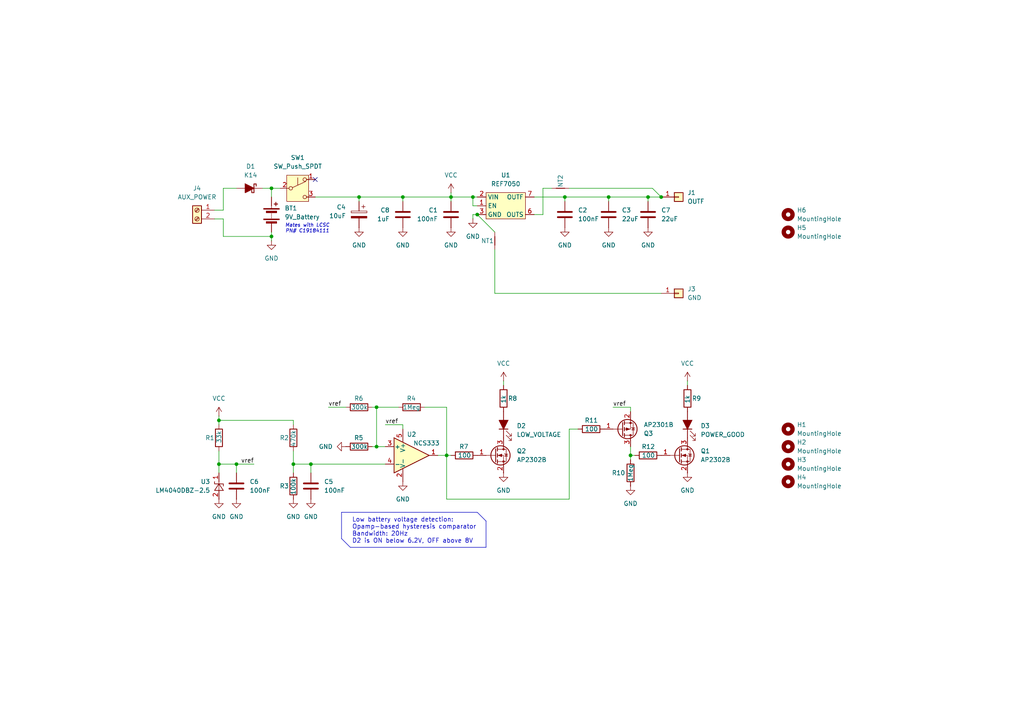
<source format=kicad_sch>
(kicad_sch (version 20231120) (generator "eeschema") (generator_version "8.0")
  (paper "A4")
  (title_block (title "Portable Voltage Standard") (date "2025-01-19") (rev "1.0") (company "Maxime Plasson"))
  (lib_symbols
    (symbol "Amplifier_Operational:OPA333xxDBV" (pin_names (offset 0.127))
      (property "Reference" "U" (at -1.27 6.35 0))
      (property "Value" "OPA333xxDBV" (at -1.27 3.81 0))
      (symbol "OPA333xxDBV_0_1"
        (polyline (pts (xy -5.08 5.08) (xy 5.08 0) (xy -5.08 -5.08) (xy -5.08 5.08)) (stroke (width 0.254)) (fill (type background)))
        (pin power_in line (at -2.54 -7.62 90) (length 3.81) (name "V-") (number "2"))
        (pin power_in line (at -2.54 7.62 270) (length 3.81) (name "V+") (number "5"))
      )
      (symbol "OPA333xxDBV_1_1"
        (pin output line (at 7.62 0 180) (length 2.54) (name "~") (number "1"))
        (pin input line (at -7.62 2.54 0) (length 2.54) (name "+") (number "3"))
        (pin input line (at -7.62 -2.54 0) (length 2.54) (name "-") (number "4"))
      )
    )
    (symbol "Connector:Screw_Terminal_01x02" (pin_names (offset 1.016) hide)
      (property "Reference" "J" (at 0 2.54 0))
      (property "Value" "Screw_Terminal_01x02" (at 0 -5.08 0))
      (symbol "Screw_Terminal_01x02_1_1"
        (rectangle (start -1.27 1.27) (end 1.27 -3.81) (stroke (width 0.254)) (fill (type background)))
        (circle (center 0 -2.54) (radius 0.635) (stroke (width 0.1524)))
        (polyline (pts (xy -0.5334 -2.2098) (xy 0.3302 -3.048)) (stroke (width 0.1524)))
        (polyline (pts (xy -0.5334 0.3302) (xy 0.3302 -0.508)) (stroke (width 0.1524)))
        (polyline (pts (xy -0.3556 -2.032) (xy 0.508 -2.8702)) (stroke (width 0.1524)))
        (polyline (pts (xy -0.3556 0.508) (xy 0.508 -0.3302)) (stroke (width 0.1524)))
        (circle (center 0 0) (radius 0.635) (stroke (width 0.1524)))
        (pin passive line (at -5.08 0 0) (length 3.81) (name "Pin_1") (number "1"))
        (pin passive line (at -5.08 -2.54 0) (length 3.81) (name "Pin_2") (number "2"))
      )
    )
    (symbol "Connector_Generic:Conn_01x01" (pin_names (offset 1.016) hide)
      (property "Reference" "J" (at 0 2.54 0))
      (property "Value" "Conn_01x01" (at 0 -2.54 0))
      (symbol "Conn_01x01_1_1"
        (rectangle (start -1.27 0.127) (end 0 -0.127) (stroke (width 0.1524)))
        (rectangle (start -1.27 1.27) (end 1.27 -1.27) (stroke (width 0.254)) (fill (type background)))
        (pin passive line (at -5.08 0 0) (length 3.81) (name "Pin_1") (number "1"))
      )
    )
    (symbol "Device:Battery" (pin_numbers hide) (pin_names (offset 0) hide)
      (property "Reference" "BT" (at 2.54 2.54 0))
      (property "Value" "Battery" (at 2.54 0 0))
      (symbol "Battery_0_1"
        (rectangle (start -2.286 -1.27) (end 2.286 -1.524) (fill (type outline)))
        (rectangle (start -2.286 1.778) (end 2.286 1.524) (fill (type outline)))
        (rectangle (start -1.524 -2.032) (end 1.524 -2.54) (fill (type outline)))
        (rectangle (start -1.524 1.016) (end 1.524 0.508) (fill (type outline)))
        (polyline (pts (xy 0 -1.016) (xy 0 -0.762)))
        (polyline (pts (xy 0 -0.508) (xy 0 -0.254)))
        (polyline (pts (xy 0 0) (xy 0 0.254)))
        (polyline (pts (xy 0 1.778) (xy 0 2.54)))
        (polyline (pts (xy 0.762 3.048) (xy 1.778 3.048)) (stroke (width 0.254)))
        (polyline (pts (xy 1.27 3.556) (xy 1.27 2.54)) (stroke (width 0.254)))
      )
      (symbol "Battery_1_1"
        (pin passive line (at 0 5.08 270) (length 2.54) (name "+") (number "1"))
        (pin passive line (at 0 -5.08 90) (length 2.54) (name "-") (number "2"))
      )
    )
    (symbol "Device:C" (pin_numbers hide) (pin_names (offset 0.254))
      (property "Reference" "C" (at 0.635 2.54 0))
      (property "Value" "C" (at 0.635 -2.54 0))
      (symbol "C_0_1"
        (polyline (pts (xy -2.032 -0.762) (xy 2.032 -0.762)) (stroke (width 0.508)))
        (polyline (pts (xy -2.032 0.762) (xy 2.032 0.762)) (stroke (width 0.508)))
      )
      (symbol "C_1_1"
        (pin passive line (at 0 3.81 270) (length 2.794) (name "~") (number "1"))
        (pin passive line (at 0 -3.81 90) (length 2.794) (name "~") (number "2"))
      )
    )
    (symbol "Device:C_Polarized" (pin_numbers hide) (pin_names (offset 0.254))
      (property "Reference" "C" (at 0.635 2.54 0))
      (property "Value" "C_Polarized" (at 0.635 -2.54 0))
      (symbol "C_Polarized_0_1"
        (rectangle (start -2.286 0.508) (end 2.286 1.016))
        (polyline (pts (xy -1.778 2.286) (xy -0.762 2.286)))
        (polyline (pts (xy -1.27 2.794) (xy -1.27 1.778)))
        (rectangle (start 2.286 -0.508) (end -2.286 -1.016) (fill (type outline)))
      )
      (symbol "C_Polarized_1_1"
        (pin passive line (at 0 3.81 270) (length 2.794) (name "~") (number "1"))
        (pin passive line (at 0 -3.81 90) (length 2.794) (name "~") (number "2"))
      )
    )
    (symbol "Device:D_Schottky_Filled" (pin_numbers hide) (pin_names (offset 1.016) hide)
      (property "Reference" "D" (at 0 2.54 0))
      (property "Value" "D_Schottky_Filled" (at 0 -2.54 0))
      (symbol "D_Schottky_Filled_0_1"
        (polyline (pts (xy 1.27 0) (xy -1.27 0)))
        (polyline (pts (xy 1.27 1.27) (xy 1.27 -1.27) (xy -1.27 0) (xy 1.27 1.27)) (stroke (width 0.254)) (fill (type outline)))
        (polyline (pts (xy -1.905 0.635) (xy -1.905 1.27) (xy -1.27 1.27) (xy -1.27 -1.27) (xy -0.635 -1.27) (xy -0.635 -0.635)) (stroke (width 0.254)))
      )
      (symbol "D_Schottky_Filled_1_1"
        (pin passive line (at -3.81 0 0) (length 2.54) (name "K") (number "1"))
        (pin passive line (at 3.81 0 180) (length 2.54) (name "A") (number "2"))
      )
    )
    (symbol "Device:LED_Filled" (pin_numbers hide) (pin_names (offset 1.016) hide)
      (property "Reference" "D" (at 0 2.54 0))
      (property "Value" "LED_Filled" (at 0 -2.54 0))
      (symbol "LED_Filled_0_1"
        (polyline (pts (xy -1.27 -1.27) (xy -1.27 1.27)) (stroke (width 0.254)))
        (polyline (pts (xy -1.27 0) (xy 1.27 0)))
        (polyline (pts (xy 1.27 -1.27) (xy 1.27 1.27) (xy -1.27 0) (xy 1.27 -1.27)) (stroke (width 0.254)) (fill (type outline)))
        (polyline (pts (xy -3.048 -0.762) (xy -4.572 -2.286) (xy -3.81 -2.286) (xy -4.572 -2.286) (xy -4.572 -1.524)))
        (polyline (pts (xy -1.778 -0.762) (xy -3.302 -2.286) (xy -2.54 -2.286) (xy -3.302 -2.286) (xy -3.302 -1.524)))
      )
      (symbol "LED_Filled_1_1"
        (pin passive line (at -3.81 0 0) (length 2.54) (name "K") (number "1"))
        (pin passive line (at 3.81 0 180) (length 2.54) (name "A") (number "2"))
      )
    )
    (symbol "Device:NetTie_2" (pin_numbers hide) (pin_names (offset 0) hide) (in_bom no)
      (property "Reference" "NT" (at 0 1.27 0))
      (property "Value" "NetTie_2" (at 0 -1.27 0))
      (symbol "NetTie_2_0_1"
        (polyline (pts (xy -1.27 0) (xy 1.27 0)) (stroke (width 0.254)))
      )
      (symbol "NetTie_2_1_1"
        (pin passive line (at -2.54 0 0) (length 2.54) (name "1") (number "1"))
        (pin passive line (at 2.54 0 180) (length 2.54) (name "2") (number "2"))
      )
    )
    (symbol "Device:R" (pin_numbers hide) (pin_names (offset 0))
      (property "Reference" "R" (at 2.032 0 90))
      (property "Value" "R" (at 0 0 90))
      (symbol "R_0_1"
        (rectangle (start -1.016 -2.54) (end 1.016 2.54) (stroke (width 0.254)))
      )
      (symbol "R_1_1"
        (pin passive line (at 0 3.81 270) (length 1.27) (name "~") (number "1"))
        (pin passive line (at 0 -3.81 90) (length 1.27) (name "~") (number "2"))
      )
    )
    (symbol "KicadGeneralLibrary:REF7050"
      (property "Reference" "U?" (at 7.874 -5.08 0))
      (property "Value" "REF7050" (at 2.794 4.826 0))
      (symbol "REF7050_1_1"
        (rectangle (start -1.27 3.81) (end 10.16 -3.81) (fill (type background)))
        (pin input line (at -3.81 0 0) (length 2.54) (name "EN") (number "1"))
        (pin power_in line (at -3.81 2.54 0) (length 2.54) (name "VIN") (number "2"))
        (pin power_in line (at -3.81 -2.54 0) (length 2.54) (name "GND") (number "3"))
        (pin passive line (at -3.81 -2.54 0) (length 2.54) hide (name "GND") (number "4"))
        (pin passive line (at -3.81 -2.54 0) (length 2.54) hide (name "GND") (number "5"))
        (pin input line (at 12.7 -2.54 180) (length 2.54) (name "OUTS") (number "6"))
        (pin output line (at 12.7 2.54 180) (length 2.54) (name "OUTF") (number "7"))
        (pin passive line (at -3.81 -2.54 0) (length 2.54) hide (name "GND") (number "8"))
      )
    )
    (symbol "Mechanical:MountingHole" (pin_names (offset 1.016)) (exclude_from_sim yes) (in_bom no)
      (property "Reference" "H" (at 0 5.08 0))
      (property "Value" "MountingHole" (at 0 3.175 0))
      (symbol "MountingHole_0_1"
        (circle (center 0 0) (radius 1.27) (stroke (width 1.27)))
      )
    )
    (symbol "Reference_Voltage:LM4040DBZ-2.5" (pin_names (offset 0.0254) hide)
      (property "Reference" "U" (at 0 2.54 0))
      (property "Value" "LM4040DBZ-2.5" (at 0 -3.175 0))
      (symbol "LM4040DBZ-2.5_0_1"
        (polyline (pts (xy -1.27 0) (xy 0 0) (xy 1.27 0)))
        (polyline (pts (xy -1.27 -1.27) (xy 0.635 0) (xy -1.27 1.27) (xy -1.27 -1.27)) (stroke (width 0.2032)))
        (polyline (pts (xy 0 -1.27) (xy 0.635 -1.27) (xy 0.635 1.27) (xy 1.27 1.27)) (stroke (width 0.2032)))
      )
      (symbol "LM4040DBZ-2.5_1_1"
        (pin passive line (at 3.81 0 180) (length 2.54) (name "K") (number "1"))
        (pin passive line (at -3.81 0 0) (length 2.54) (name "A") (number "2"))
        (pin no_connect line (at -1.27 0 0) (length 2.54) hide (name "NC") (number "3"))
      )
    )
    (symbol "Switch:SW_Push_SPDT" (pin_names (offset 0) hide)
      (property "Reference" "SW" (at 0 5.08 0))
      (property "Value" "SW_Push_SPDT" (at 0 -5.08 0))
      (symbol "SW_Push_SPDT_0_0"
        (circle (center -2.032 0) (radius 0.508))
        (polyline (pts (xy 0 1.016) (xy 0 3.048)))
        (circle (center 2.032 -2.54) (radius 0.508))
      )
      (symbol "SW_Push_SPDT_0_1"
        (polyline (pts (xy -1.524 0.2032) (xy 2.3368 1.9812)))
        (circle (center 2.032 2.54) (radius 0.508))
      )
      (symbol "SW_Push_SPDT_1_1"
        (rectangle (start -3.175 3.81) (end 3.175 -3.81) (fill (type background)))
        (pin passive line (at 5.08 2.54 180) (length 2.54) (name "A") (number "1"))
        (pin passive line (at -5.08 0 0) (length 2.54) (name "B") (number "2"))
        (pin passive line (at 5.08 -2.54 180) (length 2.54) (name "C") (number "3"))
      )
    )
    (symbol "Transistor_FET:AO3400A" (pin_names hide)
      (property "Reference" "Q" (at 5.08 1.905 0))
      (property "Value" "AO3400A" (at 5.08 0 0))
      (symbol "AO3400A_0_1"
        (polyline (pts (xy 0.254 0) (xy -2.54 0)))
        (polyline (pts (xy 0.254 1.905) (xy 0.254 -1.905)) (stroke (width 0.254)))
        (polyline (pts (xy 0.762 -1.27) (xy 0.762 -2.286)) (stroke (width 0.254)))
        (polyline (pts (xy 0.762 0.508) (xy 0.762 -0.508)) (stroke (width 0.254)))
        (polyline (pts (xy 0.762 2.286) (xy 0.762 1.27)) (stroke (width 0.254)))
        (polyline (pts (xy 2.54 2.54) (xy 2.54 1.778)))
        (polyline (pts (xy 2.54 -2.54) (xy 2.54 0) (xy 0.762 0)))
        (polyline (pts (xy 0.762 -1.778) (xy 3.302 -1.778) (xy 3.302 1.778) (xy 0.762 1.778)))
        (polyline (pts (xy 1.016 0) (xy 2.032 0.381) (xy 2.032 -0.381) (xy 1.016 0)) (fill (type outline)))
        (polyline (pts (xy 2.794 0.508) (xy 2.921 0.381) (xy 3.683 0.381) (xy 3.81 0.254)))
        (polyline (pts (xy 3.302 0.381) (xy 2.921 -0.254) (xy 3.683 -0.254) (xy 3.302 0.381)))
        (circle (center 1.651 0) (radius 2.794) (stroke (width 0.254)))
        (circle (center 2.54 -1.778) (radius 0.254) (fill (type outline)))
        (circle (center 2.54 1.778) (radius 0.254) (fill (type outline)))
      )
      (symbol "AO3400A_1_1"
        (pin input line (at -5.08 0 0) (length 2.54) (name "G") (number "1"))
        (pin passive line (at 2.54 -5.08 90) (length 2.54) (name "S") (number "2"))
        (pin passive line (at 2.54 5.08 270) (length 2.54) (name "D") (number "3"))
      )
    )
    (symbol "Transistor_FET:AO3401A" (pin_names hide)
      (property "Reference" "Q" (at 5.08 1.905 0))
      (property "Value" "AO3401A" (at 5.08 0 0))
      (symbol "AO3401A_0_1"
        (polyline (pts (xy 0.254 0) (xy -2.54 0)))
        (polyline (pts (xy 0.254 1.905) (xy 0.254 -1.905)) (stroke (width 0.254)))
        (polyline (pts (xy 0.762 -1.27) (xy 0.762 -2.286)) (stroke (width 0.254)))
        (polyline (pts (xy 0.762 0.508) (xy 0.762 -0.508)) (stroke (width 0.254)))
        (polyline (pts (xy 0.762 2.286) (xy 0.762 1.27)) (stroke (width 0.254)))
        (polyline (pts (xy 2.54 2.54) (xy 2.54 1.778)))
        (polyline (pts (xy 2.54 -2.54) (xy 2.54 0) (xy 0.762 0)))
        (polyline (pts (xy 0.762 1.778) (xy 3.302 1.778) (xy 3.302 -1.778) (xy 0.762 -1.778)))
        (polyline (pts (xy 2.286 0) (xy 1.27 0.381) (xy 1.27 -0.381) (xy 2.286 0)) (fill (type outline)))
        (polyline (pts (xy 2.794 -0.508) (xy 2.921 -0.381) (xy 3.683 -0.381) (xy 3.81 -0.254)))
        (polyline (pts (xy 3.302 -0.381) (xy 2.921 0.254) (xy 3.683 0.254) (xy 3.302 -0.381)))
        (circle (center 1.651 0) (radius 2.794) (stroke (width 0.254)))
        (circle (center 2.54 -1.778) (radius 0.254) (fill (type outline)))
        (circle (center 2.54 1.778) (radius 0.254) (fill (type outline)))
      )
      (symbol "AO3401A_1_1"
        (pin input line (at -5.08 0 0) (length 2.54) (name "G") (number "1"))
        (pin passive line (at 2.54 -5.08 90) (length 2.54) (name "S") (number "2"))
        (pin passive line (at 2.54 5.08 270) (length 2.54) (name "D") (number "3"))
      )
    )
    (symbol "power:GND" (power) (pin_numbers hide) (pin_names (offset 0) hide)
      (property "Value" "GND" (at 0 -3.81 0))
      (symbol "GND_0_1"
        (polyline (pts (xy 0 0) (xy 0 -1.27) (xy 1.27 -1.27) (xy 0 -2.54) (xy -1.27 -1.27) (xy 0 -1.27)))
      )
      (symbol "GND_1_1"
        (pin power_in line (at 0 0 270) (length 0) (name "~") (number "1"))
      )
    )
    (symbol "power:VCC" (power) (pin_numbers hide) (pin_names (offset 0) hide)
      (property "Value" "VCC" (at 0 3.556 0))
      (symbol "VCC_0_1"
        (polyline (pts (xy -0.762 1.27) (xy 0 2.54)))
        (polyline (pts (xy 0 0) (xy 0 2.54)))
        (polyline (pts (xy 0 2.54) (xy 0.762 1.27)))
      )
      (symbol "VCC_1_1"
        (pin power_in line (at 0 0 90) (length 0) (name "~") (number "1"))
      )
    )
  )
  (junction (at 109.22 129.54))
  (junction (at 138.43 62.23))
  (junction (at 104.14 57.15))
  (junction (at 191.77 57.15))
  (junction (at 129.54 132.08))
  (junction (at 109.22 118.11))
  (junction (at 182.88 132.08))
  (junction (at 137.16 57.15))
  (junction (at 78.74 68.58))
  (junction (at 90.17 134.62))
  (junction (at 176.53 57.15))
  (junction (at 130.81 57.15))
  (junction (at 187.96 57.15))
  (junction (at 78.74 54.61))
  (junction (at 85.09 134.62))
  (junction (at 63.5 134.62))
  (junction (at 68.58 134.62))
  (junction (at 163.83 57.15))
  (junction (at 63.5 121.92))
  (junction (at 116.84 57.15))
  (no_connect (at 91.44 52.07))
  (wire (pts (xy 63.5 121.92) (xy 63.5 123.19)))
  (wire (pts (xy 182.88 118.11) (xy 182.88 119.38)))
  (wire (pts (xy 64.77 63.5) (xy 64.77 68.58)))
  (wire (pts (xy 143.51 85.09) (xy 191.77 85.09)))
  (wire (pts (xy 167.64 124.46) (xy 165.1 124.46)))
  (wire (pts (xy 129.54 132.08) (xy 127 132.08)))
  (wire (pts (xy 90.17 134.62) (xy 90.17 137.16)))
  (wire (pts (xy 62.23 63.5) (xy 64.77 63.5)))
  (wire (pts (xy 163.83 57.15) (xy 176.53 57.15)))
  (wire (pts (xy 64.77 68.58) (xy 78.74 68.58)))
  (wire (pts (xy 154.94 57.15) (xy 163.83 57.15)))
  (wire (pts (xy 78.74 68.58) (xy 78.74 67.31)))
  (wire (pts (xy 129.54 132.08) (xy 130.81 132.08)))
  (wire (pts (xy 165.1 144.78) (xy 129.54 144.78)))
  (wire (pts (xy 137.16 62.23) (xy 137.16 63.5)))
  (wire (pts (xy 138.43 62.23) (xy 143.51 67.31)))
  (wire (pts (xy 109.22 129.54) (xy 111.76 129.54)))
  (wire (pts (xy 85.09 134.62) (xy 90.17 134.62)))
  (wire (pts (xy 146.05 110.49) (xy 146.05 111.76)))
  (wire (pts (xy 116.84 57.15) (xy 116.84 58.42)))
  (wire (pts (xy 62.23 60.96) (xy 64.77 60.96)))
  (wire (pts (xy 64.77 54.61) (xy 68.58 54.61)))
  (wire (pts (xy 160.02 54.61) (xy 157.48 54.61)))
  (wire (pts (xy 187.96 57.15) (xy 191.77 57.15)))
  (wire (pts (xy 116.84 57.15) (xy 130.81 57.15)))
  (wire (pts (xy 85.09 121.92) (xy 63.5 121.92)))
  (wire (pts (xy 187.96 57.15) (xy 187.96 58.42)))
  (wire (pts (xy 177.8 118.11) (xy 182.88 118.11)))
  (wire (pts (xy 182.88 132.08) (xy 182.88 133.35)))
  (wire (pts (xy 78.74 54.61) (xy 78.74 57.15)))
  (wire (pts (xy 130.81 57.15) (xy 130.81 58.42)))
  (wire (pts (xy 137.16 57.15) (xy 138.43 57.15)))
  (polyline (pts (xy 138.43 148.59) (xy 140.97 151.13)))
  (wire (pts (xy 85.09 134.62) (xy 85.09 137.16)))
  (wire (pts (xy 90.17 134.62) (xy 111.76 134.62)))
  (wire (pts (xy 104.14 58.42) (xy 104.14 57.15)))
  (wire (pts (xy 76.2 54.61) (xy 78.74 54.61)))
  (wire (pts (xy 138.43 62.23) (xy 137.16 62.23)))
  (wire (pts (xy 115.57 118.11) (xy 109.22 118.11)))
  (wire (pts (xy 154.94 62.23) (xy 157.48 62.23)))
  (wire (pts (xy 109.22 118.11) (xy 109.22 129.54)))
  (wire (pts (xy 130.81 55.88) (xy 130.81 57.15)))
  (polyline (pts (xy 99.06 156.21) (xy 101.6 158.75)))
  (wire (pts (xy 64.77 60.96) (xy 64.77 54.61)))
  (wire (pts (xy 143.51 85.09) (xy 143.51 72.39)))
  (wire (pts (xy 165.1 124.46) (xy 165.1 144.78)))
  (wire (pts (xy 85.09 130.81) (xy 85.09 134.62)))
  (wire (pts (xy 107.95 129.54) (xy 109.22 129.54)))
  (wire (pts (xy 111.76 123.19) (xy 116.84 123.19)))
  (wire (pts (xy 81.28 54.61) (xy 78.74 54.61)))
  (wire (pts (xy 138.43 59.69) (xy 137.16 59.69)))
  (wire (pts (xy 68.58 134.62) (xy 68.58 137.16)))
  (wire (pts (xy 123.19 118.11) (xy 129.54 118.11)))
  (wire (pts (xy 91.44 57.15) (xy 104.14 57.15)))
  (polyline (pts (xy 99.06 148.59) (xy 138.43 148.59)))
  (wire (pts (xy 129.54 144.78) (xy 129.54 132.08)))
  (polyline (pts (xy 140.97 151.13) (xy 140.97 158.75)))
  (wire (pts (xy 189.23 54.61) (xy 191.77 57.15)))
  (wire (pts (xy 182.88 129.54) (xy 182.88 132.08)))
  (wire (pts (xy 129.54 118.11) (xy 129.54 132.08)))
  (wire (pts (xy 163.83 57.15) (xy 163.83 58.42)))
  (wire (pts (xy 165.1 54.61) (xy 189.23 54.61)))
  (wire (pts (xy 176.53 57.15) (xy 176.53 58.42)))
  (wire (pts (xy 95.25 118.11) (xy 100.33 118.11)))
  (wire (pts (xy 107.95 118.11) (xy 109.22 118.11)))
  (wire (pts (xy 116.84 123.19) (xy 116.84 124.46)))
  (wire (pts (xy 176.53 57.15) (xy 187.96 57.15)))
  (wire (pts (xy 63.5 134.62) (xy 68.58 134.62)))
  (wire (pts (xy 157.48 54.61) (xy 157.48 62.23)))
  (wire (pts (xy 182.88 132.08) (xy 184.15 132.08)))
  (wire (pts (xy 85.09 123.19) (xy 85.09 121.92)))
  (wire (pts (xy 63.5 134.62) (xy 63.5 137.16)))
  (wire (pts (xy 104.14 57.15) (xy 116.84 57.15)))
  (polyline (pts (xy 99.06 148.59) (xy 99.06 156.21)))
  (wire (pts (xy 199.39 110.49) (xy 199.39 111.76)))
  (wire (pts (xy 78.74 69.85) (xy 78.74 68.58)))
  (wire (pts (xy 137.16 59.69) (xy 137.16 57.15)))
  (wire (pts (xy 63.5 130.81) (xy 63.5 134.62)))
  (wire (pts (xy 68.58 134.62) (xy 73.66 134.62)))
  (wire (pts (xy 63.5 120.65) (xy 63.5 121.92)))
  (wire (pts (xy 130.81 57.15) (xy 137.16 57.15)))
  (polyline (pts (xy 101.6 158.75) (xy 140.97 158.75)))
  (text "Low battery voltage detection:\nOpamp-based hysteresis comparator\nBandwidth: 20Hz\nD2 is ON below 6.2V, OFF above 8V" (at 102.108 153.924 0) (effects (font (size 1.27 1.27)) (justify left)))
  (text "Mates with LCSC\nPN# C19184111" (at 89.154 66.294 0) (effects (font (size 1.016 1.016) (italic yes))))
  (label "vref" (at 73.66 134.62 180))
  (label "vref" (at 177.8 118.11 0))
  (label "vref" (at 111.76 123.19 0))
  (label "vref" (at 95.25 118.11 0))
  (symbol (lib_id "Mechanical:MountingHole") (at 228.6 139.7 0) (unit 1) (exclude_from_sim yes) (in_bom no)
    (property "Reference" "H4" (at 231.14 138.4299 0) (effects (justify left)))
    (property "Value" "MountingHole" (at 231.14 140.9699 0) (effects (justify left)))
    (property "Footprint" "MountingHole:MountingHole_3.2mm_M3" (effects (hide yes)))
    (property "Description" "Mounting Hole without connection" (effects (hide yes)))
  )
  (symbol (lib_id "Amplifier_Operational:OPA333xxDBV") (at 119.38 132.08 0) (unit 1)
    (property "Reference" "U2" (at 119.38 125.984 0))
    (property "Value" "NCS333" (at 123.698 128.524 0))
    (property "Footprint" "Package_TO_SOT_SMD:SOT-23-5" (effects (hide yes)))
    (property "Datasheet" "https://www.onsemi.com/pdf/datasheet/ncs333-d.pdf" (effects (hide yes)))
    (property "LCSC" "C74336" (effects (hide yes)))
  )
  (symbol (lib_id "KicadGeneralLibrary:REF7050") (at 142.24 59.69 0) (unit 1)
    (property "Reference" "U1" (at 146.685 50.8 0))
    (property "Value" "REF7050" (at 146.685 53.34 0))
    (property "Footprint" "Package_LCC:Analog_LCC-8_5x5mm_P1.27mm" (effects (hide yes)))
    (property "Datasheet" "https://www.lcsc.com/datasheet/lcsc_datasheet_2309251242_Texas-Instruments-REF7050QFKHT_C6760318.pdf" (effects (hide yes)))
    (property "LCSC" "C6760318" (effects (hide yes)))
  )
  (symbol (lib_id "Switch:SW_Push_SPDT") (at 86.36 54.61 0) (unit 1)
    (property "Reference" "SW1" (at 86.36 45.72 0))
    (property "Value" "SW_Push_SPDT" (at 86.36 48.26 0))
    (property "Footprint" "KICAD_GENERAL_LIBRARY:SPEF210200" (effects (hide yes)))
    (property "Description" "Momentary Switch, single pole double throw" (effects (hide yes)))
    (property "LCSC" "C278409" (effects (hide yes)))
  )
  (symbol (lib_id "Device:R") (at 85.09 140.97 0) (unit 1)
    (property "Reference" "R3" (at 83.82 140.97 0) (effects (justify right)))
    (property "Value" "100k" (at 85.09 138.684 90) (effects (justify right)))
    (property "Footprint" "Resistor_SMD:R_0603_1608Metric" (effects (hide yes)))
    (property "Description" "Resistor" (effects (hide yes)))
    (property "LCSC" "C14675" (effects (hide yes)))
  )
  (symbol (lib_id "power:GND") (at 163.83 66.04 0) (mirror y) (unit 1)
    (property "Reference" "#PWR04" (effects (hide yes)))
    (property "Value" "GND" (at 163.83 71.12 0))
    (property "Description" "Power symbol creates a global label with name \"GND\" , ground" (effects (hide yes)))
  )
  (symbol (lib_id "power:GND") (at 104.14 66.04 0) (unit 1)
    (property "Reference" "#PWR06" (effects (hide yes)))
    (property "Value" "GND" (at 104.14 71.12 0))
    (property "Description" "Power symbol creates a global label with name \"GND\" , ground" (effects (hide yes)))
  )
  (symbol (lib_id "Device:NetTie_2") (at 162.56 54.61 0) (mirror x) (unit 1) (in_bom no)
    (property "Reference" "NT2" (at 162.56 54.356 90) (effects (justify right)))
    (property "Value" "NetTie_2" (effects (hide yes)))
    (property "Footprint" "NetTie:NetTie-2_SMD_Pad0.5mm" (effects (hide yes)))
    (property "Description" "Net tie, 2 pins" (effects (hide yes)))
  )
  (symbol (lib_id "Device:C") (at 68.58 140.97 0) (mirror y) (unit 1)
    (property "Reference" "C6" (at 72.39 139.6999 0) (effects (justify right)))
    (property "Value" "100nF" (at 72.39 142.2399 0) (effects (justify right)))
    (property "Footprint" "Capacitor_SMD:C_0603_1608Metric" (effects (hide yes)))
    (property "Description" "Unpolarized capacitor" (effects (hide yes)))
    (property "LCSC" "C14663" (effects (hide yes)))
  )
  (symbol (lib_id "Device:C") (at 116.84 62.23 0) (unit 1)
    (property "Reference" "C8" (at 113.03 60.9599 0) (effects (justify right)))
    (property "Value" "1uF" (at 113.03 63.4999 0) (effects (justify right)))
    (property "Footprint" "Capacitor_SMD:C_0805_2012Metric" (effects (hide yes)))
    (property "Description" "Unpolarized capacitor" (effects (hide yes)))
    (property "LCSC" "C28323" (effects (hide yes)))
  )
  (symbol (lib_id "Device:LED_Filled") (at 199.39 123.19 90) (unit 1)
    (property "Reference" "D3" (at 203.2 123.5074 90) (effects (justify right)))
    (property "Value" "POWER_GOOD" (at 203.2 126.0474 90) (effects (justify right)))
    (property "Footprint" "LED_THT:LED_D5.0mm" (effects (hide yes)))
    (property "Description" "Light emitting diode, filled shape" (effects (hide yes)))
    (property "LCSC" "C7433083" (effects (hide yes)))
  )
  (symbol (lib_id "Connector:Screw_Terminal_01x02") (at 57.15 60.96 0) (mirror y) (unit 1)
    (property "Reference" "J4" (at 57.15 54.61 0))
    (property "Value" "AUX_POWER" (at 57.15 57.15 0))
    (property "Footprint" "TerminalBlock_MetzConnect:TerminalBlock_MetzConnect_Type171_RT13702HBWC_1x02_P7.50mm_Horizontal" (effects (hide yes)))
    (property "Description" "Generic screw terminal, single row, 01x02, script generated (kicad-library-utils/schlib/autogen/connector/)" (effects (hide yes)))
  )
  (symbol (lib_id "power:VCC") (at 63.5 120.65 0) (unit 1)
    (property "Reference" "#PWR016" (effects (hide yes)))
    (property "Value" "VCC" (at 63.5 115.57 0))
    (property "Description" "Power symbol creates a global label with name \"VCC\"" (effects (hide yes)))
  )
  (symbol (lib_id "Transistor_FET:AO3400A") (at 143.51 132.08 0) (unit 1)
    (property "Reference" "Q2" (at 149.86 130.8099 0) (effects (justify left)))
    (property "Value" "AP2302B" (at 149.86 133.3499 0) (effects (justify left)))
    (property "Footprint" "Package_TO_SOT_SMD:SOT-23" (effects (hide yes)))
    (property "Datasheet" "https://www.lcsc.com/datasheet/lcsc_datasheet_2411201841_ALLPOWER-ShenZhen-Quan-Li-Semiconductor-AP2302B_C406812.pdf" (effects (hide yes)))
    (property "Description" "20V 2.8A 0.055Ω@2.5V,2A 350mW 1.2V 1 N-channel SOT-23 MOSFETs ROHS" (effects (hide yes)))
    (property "LCSC" "C406812" (effects (hide yes)))
  )
  (symbol (lib_id "power:GND") (at 78.74 69.85 0) (unit 1)
    (property "Reference" "#PWR02" (effects (hide yes)))
    (property "Value" "GND" (at 78.74 74.93 0))
    (property "Description" "Power symbol creates a global label with name \"GND\" , ground" (effects (hide yes)))
  )
  (symbol (lib_id "Device:R") (at 187.96 132.08 270) (unit 1)
    (property "Reference" "R12" (at 189.992 129.54 90) (effects (justify right)))
    (property "Value" "100" (at 189.992 132.08 90) (effects (justify right)))
    (property "Footprint" "Resistor_SMD:R_0603_1608Metric" (effects (hide yes)))
    (property "Description" "Resistor" (effects (hide yes)))
    (property "LCSC" "C105588" (effects (hide yes)))
  )
  (symbol (lib_id "Transistor_FET:AO3401A") (at 180.34 124.46 0) (mirror x) (unit 1)
    (property "Reference" "Q3" (at 186.69 125.7301 0) (effects (justify left)))
    (property "Value" "AP2301B" (at 186.69 123.1901 0) (effects (justify left)))
    (property "Footprint" "Package_TO_SOT_SMD:SOT-23" (effects (hide yes)))
    (property "Datasheet" "https://www.lcsc.com/datasheet/lcsc_datasheet_2411201843_ALLPOWER-ShenZhen-Quan-Li-Semiconductor-AP2301B_C2763847.pdf" (effects (hide yes)))
    (property "Description" "20V 2A 0.16Ω@2.5V,1A 750mW 0.95V 1 piece P-channel SOT-23 MOSFETs ROHS" (effects (hide yes)))
    (property "LCSC" "C2763847" (effects (hide yes)))
  )
  (symbol (lib_id "Device:R") (at 182.88 137.16 0) (unit 1)
    (property "Reference" "R10" (at 181.356 137.16 0) (effects (justify right)))
    (property "Value" "1Meg" (at 182.88 134.62 90) (effects (justify right)))
    (property "Footprint" "Resistor_SMD:R_0603_1608Metric" (effects (hide yes)))
    (property "Description" "Resistor" (effects (hide yes)))
    (property "LCSC" "C105578" (effects (hide yes)))
  )
  (symbol (lib_id "power:GND") (at 85.09 144.78 0) (unit 1)
    (property "Reference" "#PWR08" (effects (hide yes)))
    (property "Value" "GND" (at 85.09 149.86 0))
    (property "Description" "Power symbol creates a global label with name \"GND\" , ground" (effects (hide yes)))
  )
  (symbol (lib_id "Mechanical:MountingHole") (at 228.6 62.23 0) (unit 1) (exclude_from_sim yes) (in_bom no)
    (property "Reference" "H6" (at 231.14 60.9599 0) (effects (justify left)))
    (property "Value" "MountingHole" (at 231.14 63.4999 0) (effects (justify left)))
    (property "Footprint" "MountingHole:MountingHole_3.2mm_M3" (effects (hide yes)))
    (property "Description" "Mounting Hole without connection" (effects (hide yes)))
  )
  (symbol (lib_id "power:GND") (at 187.96 66.04 0) (mirror y) (unit 1)
    (property "Reference" "#PWR020" (effects (hide yes)))
    (property "Value" "GND" (at 187.96 71.12 0))
    (property "Description" "Power symbol creates a global label with name \"GND\" , ground" (effects (hide yes)))
  )
  (symbol (lib_id "Connector_Generic:Conn_01x01") (at 196.85 57.15 0) (unit 1)
    (property "Reference" "J1" (at 199.39 55.8799 0) (effects (justify left)))
    (property "Value" "OUTF" (at 199.39 58.4199 0) (effects (justify left)))
    (property "Footprint" "KICAD_GENERAL_LIBRARY:banana_socket_24.245.1_Amass_rouge" (effects (hide yes)))
    (property "Description" "Generic connector, single row, 01x01, script generated (kicad-library-utils/schlib/autogen/connector/)" (effects (hide yes)))
    (property "LCSC" "C7437326" (effects (hide yes)))
  )
  (symbol (lib_id "Device:C") (at 163.83 62.23 0) (mirror y) (unit 1)
    (property "Reference" "C2" (at 167.64 60.9599 0) (effects (justify right)))
    (property "Value" "100nF" (at 167.64 63.4999 0) (effects (justify right)))
    (property "Footprint" "Capacitor_SMD:C_0603_1608Metric" (effects (hide yes)))
    (property "Description" "Unpolarized capacitor" (effects (hide yes)))
    (property "LCSC" "C14663" (effects (hide yes)))
  )
  (symbol (lib_id "Device:R") (at 171.45 124.46 270) (unit 1)
    (property "Reference" "R11" (at 173.482 121.92 90) (effects (justify right)))
    (property "Value" "100" (at 173.482 124.46 90) (effects (justify right)))
    (property "Footprint" "Resistor_SMD:R_0603_1608Metric" (effects (hide yes)))
    (property "Description" "Resistor" (effects (hide yes)))
    (property "LCSC" "C105588" (effects (hide yes)))
  )
  (symbol (lib_id "Device:R") (at 104.14 118.11 270) (unit 1)
    (property "Reference" "R6" (at 105.4101 115.57 90) (effects (justify right)))
    (property "Value" "300k" (at 106.68 118.11 90) (effects (justify right)))
    (property "Footprint" "Resistor_SMD:R_0603_1608Metric" (effects (hide yes)))
    (property "Description" "Resistor" (effects (hide yes)))
    (property "LCSC" "C114667" (effects (hide yes)))
  )
  (symbol (lib_id "power:GND") (at 137.16 63.5 0) (unit 1)
    (property "Reference" "#PWR01" (effects (hide yes)))
    (property "Value" "GND" (at 137.16 68.58 0))
    (property "Description" "Power symbol creates a global label with name \"GND\" , ground" (effects (hide yes)))
  )
  (symbol (lib_id "power:GND") (at 63.5 144.78 0) (unit 1)
    (property "Reference" "#PWR07" (effects (hide yes)))
    (property "Value" "GND" (at 63.5 149.86 0))
    (property "Description" "Power symbol creates a global label with name \"GND\" , ground" (effects (hide yes)))
  )
  (symbol (lib_id "power:VCC") (at 199.39 110.49 0) (unit 1)
    (property "Reference" "#PWR019" (effects (hide yes)))
    (property "Value" "VCC" (at 199.39 105.41 0))
    (property "Description" "Power symbol creates a global label with name \"VCC\"" (effects (hide yes)))
  )
  (symbol (lib_id "power:GND") (at 90.17 144.78 0) (mirror y) (unit 1)
    (property "Reference" "#PWR09" (effects (hide yes)))
    (property "Value" "GND" (at 90.17 149.86 0))
    (property "Description" "Power symbol creates a global label with name \"GND\" , ground" (effects (hide yes)))
  )
  (symbol (lib_id "power:GND") (at 130.81 66.04 0) (unit 1)
    (property "Reference" "#PWR03" (effects (hide yes)))
    (property "Value" "GND" (at 130.81 71.12 0))
    (property "Description" "Power symbol creates a global label with name \"GND\" , ground" (effects (hide yes)))
  )
  (symbol (lib_id "power:VCC") (at 130.81 55.88 0) (unit 1)
    (property "Reference" "#PWR015" (effects (hide yes)))
    (property "Value" "VCC" (at 130.81 50.8 0))
    (property "Description" "Power symbol creates a global label with name \"VCC\"" (effects (hide yes)))
  )
  (symbol (lib_id "Device:D_Schottky_Filled") (at 72.39 54.61 0) (mirror y) (unit 1)
    (property "Reference" "D1" (at 72.7075 48.26 0))
    (property "Value" "K14" (at 72.7075 50.8 0))
    (property "Footprint" "Diode_SMD:D_SOD-123F" (effects (hide yes)))
    (property "Description" "Schottky diode, filled shape" (effects (hide yes)))
    (property "LCSC" "C908662" (effects (hide yes)))
  )
  (symbol (lib_id "Device:R") (at 85.09 127 0) (unit 1)
    (property "Reference" "R2" (at 83.82 127 0) (effects (justify right)))
    (property "Value" "470k" (at 85.09 124.714 90) (effects (justify right)))
    (property "Footprint" "Resistor_SMD:R_0603_1608Metric" (effects (hide yes)))
    (property "Description" "Resistor" (effects (hide yes)))
    (property "LCSC" "C114622" (effects (hide yes)))
  )
  (symbol (lib_id "Device:LED_Filled") (at 146.05 123.19 90) (unit 1)
    (property "Reference" "D2" (at 149.86 123.5074 90) (effects (justify right)))
    (property "Value" "LOW_VOLTAGE" (at 149.86 126.0474 90) (effects (justify right)))
    (property "Footprint" "LED_THT:LED_D5.0mm" (effects (hide yes)))
    (property "Description" "Light emitting diode, filled shape" (effects (hide yes)))
    (property "LCSC" "C7470717" (effects (hide yes)))
  )
  (symbol (lib_id "power:GND") (at 146.05 137.16 0) (mirror y) (unit 1)
    (property "Reference" "#PWR012" (effects (hide yes)))
    (property "Value" "GND" (at 146.05 142.24 0))
    (property "Description" "Power symbol creates a global label with name \"GND\" , ground" (effects (hide yes)))
  )
  (symbol (lib_id "Device:R") (at 119.38 118.11 270) (unit 1)
    (property "Reference" "R4" (at 120.6501 115.57 90) (effects (justify right)))
    (property "Value" "1Meg" (at 121.92 118.11 90) (effects (justify right)))
    (property "Footprint" "Resistor_SMD:R_0603_1608Metric" (effects (hide yes)))
    (property "Description" "Resistor" (effects (hide yes)))
    (property "LCSC" "C105578" (effects (hide yes)))
  )
  (symbol (lib_id "Device:C") (at 187.96 62.23 0) (mirror y) (unit 1)
    (property "Reference" "C7" (at 191.77 60.9599 0) (effects (justify right)))
    (property "Value" "22uF" (at 191.77 63.4999 0) (effects (justify right)))
    (property "Footprint" "Capacitor_SMD:C_0805_2012Metric" (effects (hide yes)))
    (property "Description" "Unpolarized capacitor" (effects (hide yes)))
    (property "LCSC" "C602037" (effects (hide yes)))
  )
  (symbol (lib_id "Device:R") (at 146.05 115.57 0) (mirror y) (unit 1)
    (property "Reference" "R8" (at 147.32 115.57 0) (effects (justify right)))
    (property "Value" "1k" (at 146.05 114.554 90) (effects (justify right)))
    (property "Footprint" "Resistor_SMD:R_0603_1608Metric" (effects (hide yes)))
    (property "Description" "Resistor" (effects (hide yes)))
    (property "LCSC" "C22548" (effects (hide yes)))
  )
  (symbol (lib_id "Device:C") (at 176.53 62.23 0) (mirror y) (unit 1)
    (property "Reference" "C3" (at 180.34 60.9599 0) (effects (justify right)))
    (property "Value" "22uF" (at 180.34 63.4999 0) (effects (justify right)))
    (property "Footprint" "Capacitor_SMD:C_0805_2012Metric" (effects (hide yes)))
    (property "Description" "Unpolarized capacitor" (effects (hide yes)))
    (property "LCSC" "C602037" (effects (hide yes)))
  )
  (symbol (lib_id "Device:C_Polarized") (at 104.14 62.23 0) (mirror y) (unit 1)
    (property "Reference" "C4" (at 100.33 60.0709 0) (effects (justify left)))
    (property "Value" "10uF" (at 100.33 62.6109 0) (effects (justify left)))
    (property "Footprint" "Capacitor_SMD:CP_Elec_5x5.3" (effects (hide yes)))
    (property "Description" "Polarized capacitor" (effects (hide yes)))
    (property "LCSC" "C365682" (effects (hide yes)))
  )
  (symbol (lib_id "power:VCC") (at 146.05 110.49 0) (unit 1)
    (property "Reference" "#PWR017" (effects (hide yes)))
    (property "Value" "VCC" (at 146.05 105.41 0))
    (property "Description" "Power symbol creates a global label with name \"VCC\"" (effects (hide yes)))
  )
  (symbol (lib_id "power:GND") (at 116.84 66.04 0) (unit 1)
    (property "Reference" "#PWR021" (effects (hide yes)))
    (property "Value" "GND" (at 116.84 71.12 0))
    (property "Description" "Power symbol creates a global label with name \"GND\" , ground" (effects (hide yes)))
  )
  (symbol (lib_id "power:GND") (at 116.84 139.7 0) (mirror y) (unit 1)
    (property "Reference" "#PWR010" (effects (hide yes)))
    (property "Value" "GND" (at 116.84 144.78 0))
    (property "Description" "Power symbol creates a global label with name \"GND\" , ground" (effects (hide yes)))
  )
  (symbol (lib_id "Mechanical:MountingHole") (at 228.6 129.54 0) (unit 1) (exclude_from_sim yes) (in_bom no)
    (property "Reference" "H2" (at 231.14 128.2699 0) (effects (justify left)))
    (property "Value" "MountingHole" (at 231.14 130.8099 0) (effects (justify left)))
    (property "Footprint" "MountingHole:MountingHole_3.2mm_M3" (effects (hide yes)))
    (property "Description" "Mounting Hole without connection" (effects (hide yes)))
  )
  (symbol (lib_id "Device:R") (at 134.62 132.08 270) (unit 1)
    (property "Reference" "R7" (at 135.8901 129.54 90) (effects (justify right)))
    (property "Value" "100" (at 136.652 132.08 90) (effects (justify right)))
    (property "Footprint" "Resistor_SMD:R_0603_1608Metric" (effects (hide yes)))
    (property "Description" "Resistor" (effects (hide yes)))
    (property "LCSC" "C105588" (effects (hide yes)))
  )
  (symbol (lib_id "Device:R") (at 63.5 127 0) (unit 1)
    (property "Reference" "R1" (at 62.23 127 0) (effects (justify right)))
    (property "Value" "33k" (at 63.5 126.746 90))
    (property "Footprint" "Resistor_SMD:R_0603_1608Metric" (effects (hide yes)))
    (property "Description" "Resistor" (effects (hide yes)))
    (property "LCSC" "C126359" (effects (hide yes)))
  )
  (symbol (lib_id "Mechanical:MountingHole") (at 228.6 134.62 0) (unit 1) (exclude_from_sim yes) (in_bom no)
    (property "Reference" "H3" (at 231.14 133.3499 0) (effects (justify left)))
    (property "Value" "MountingHole" (at 231.14 135.8899 0) (effects (justify left)))
    (property "Footprint" "MountingHole:MountingHole_3.2mm_M3" (effects (hide yes)))
    (property "Description" "Mounting Hole without connection" (effects (hide yes)))
  )
  (symbol (lib_id "power:GND") (at 68.58 144.78 0) (mirror y) (unit 1)
    (property "Reference" "#PWR018" (effects (hide yes)))
    (property "Value" "GND" (at 68.58 149.86 0))
    (property "Description" "Power symbol creates a global label with name \"GND\" , ground" (effects (hide yes)))
  )
  (symbol (lib_id "Device:C") (at 130.81 62.23 0) (unit 1)
    (property "Reference" "C1" (at 127 60.9599 0) (effects (justify right)))
    (property "Value" "100nF" (at 127 63.4999 0) (effects (justify right)))
    (property "Footprint" "Capacitor_SMD:C_0603_1608Metric" (effects (hide yes)))
    (property "Description" "Unpolarized capacitor" (effects (hide yes)))
    (property "LCSC" "C14663" (effects (hide yes)))
  )
  (symbol (lib_id "Device:C") (at 90.17 140.97 0) (mirror y) (unit 1)
    (property "Reference" "C5" (at 93.98 139.6999 0) (effects (justify right)))
    (property "Value" "100nF" (at 93.98 142.2399 0) (effects (justify right)))
    (property "Footprint" "Capacitor_SMD:C_0603_1608Metric" (effects (hide yes)))
    (property "Description" "Unpolarized capacitor" (effects (hide yes)))
    (property "LCSC" "C14663" (effects (hide yes)))
  )
  (symbol (lib_id "power:GND") (at 100.33 129.54 270) (mirror x) (unit 1)
    (property "Reference" "#PWR011" (effects (hide yes)))
    (property "Value" "GND" (at 96.52 129.5399 90) (effects (justify right)))
    (property "Description" "Power symbol creates a global label with name \"GND\" , ground" (effects (hide yes)))
  )
  (symbol (lib_id "power:GND") (at 199.39 137.16 0) (mirror y) (unit 1)
    (property "Reference" "#PWR013" (effects (hide yes)))
    (property "Value" "GND" (at 199.39 142.24 0))
    (property "Description" "Power symbol creates a global label with name \"GND\" , ground" (effects (hide yes)))
  )
  (symbol (lib_id "Reference_Voltage:LM4040DBZ-2.5") (at 63.5 140.97 90) (unit 1)
    (property "Reference" "U3" (at 60.96 139.6999 90) (effects (justify left)))
    (property "Value" "LM4040DBZ-2.5" (at 60.96 142.2399 90) (effects (justify left)))
    (property "Footprint" "Package_TO_SOT_SMD:SOT-23" (effects (hide yes)))
    (property "Datasheet" "http://www.ti.com/lit/ds/symlink/lm4040-n.pdf" (effects (hide yes)))
    (property "Description" "2.500V Precision Micropower Shunt Voltage Reference, SOT-23" (effects (hide yes)))
    (property "LCSC" "C2156989" (effects (hide yes)))
  )
  (symbol (lib_id "Connector_Generic:Conn_01x01") (at 196.85 85.09 0) (unit 1)
    (property "Reference" "J3" (at 199.39 83.8199 0) (effects (justify left)))
    (property "Value" "GND" (at 199.39 86.3599 0) (effects (justify left)))
    (property "Footprint" "KICAD_GENERAL_LIBRARY:banana_socket_24.245.2_Amass_noire" (effects (hide yes)))
    (property "Description" "Generic connector, single row, 01x01, script generated (kicad-library-utils/schlib/autogen/connector/)" (effects (hide yes)))
    (property "LCSC" "C7437327" (effects (hide yes)))
  )
  (symbol (lib_id "power:GND") (at 182.88 140.97 0) (unit 1)
    (property "Reference" "#PWR014" (effects (hide yes)))
    (property "Value" "GND" (at 182.88 146.05 0))
    (property "Description" "Power symbol creates a global label with name \"GND\" , ground" (effects (hide yes)))
  )
  (symbol (lib_id "Mechanical:MountingHole") (at 228.6 124.46 0) (unit 1) (exclude_from_sim yes) (in_bom no)
    (property "Reference" "H1" (at 231.14 123.1899 0) (effects (justify left)))
    (property "Value" "MountingHole" (at 231.14 125.7299 0) (effects (justify left)))
    (property "Footprint" "MountingHole:MountingHole_3.2mm_M3" (effects (hide yes)))
    (property "Description" "Mounting Hole without connection" (effects (hide yes)))
  )
  (symbol (lib_id "power:GND") (at 176.53 66.04 0) (mirror y) (unit 1)
    (property "Reference" "#PWR05" (effects (hide yes)))
    (property "Value" "GND" (at 176.53 71.12 0))
    (property "Description" "Power symbol creates a global label with name \"GND\" , ground" (effects (hide yes)))
  )
  (symbol (lib_id "Mechanical:MountingHole") (at 228.6 67.31 0) (unit 1) (exclude_from_sim yes) (in_bom no)
    (property "Reference" "H5" (at 231.14 66.0399 0) (effects (justify left)))
    (property "Value" "MountingHole" (at 231.14 68.5799 0) (effects (justify left)))
    (property "Footprint" "MountingHole:MountingHole_3.2mm_M3" (effects (hide yes)))
    (property "Description" "Mounting Hole without connection" (effects (hide yes)))
  )
  (symbol (lib_id "Device:R") (at 199.39 115.57 0) (mirror y) (unit 1)
    (property "Reference" "R9" (at 200.66 115.57 0) (effects (justify right)))
    (property "Value" "1k" (at 199.39 114.554 90) (effects (justify right)))
    (property "Footprint" "Resistor_SMD:R_0603_1608Metric" (effects (hide yes)))
    (property "Description" "Resistor" (effects (hide yes)))
    (property "LCSC" "C22548" (effects (hide yes)))
  )
  (symbol (lib_id "Transistor_FET:AO3400A") (at 196.85 132.08 0) (unit 1)
    (property "Reference" "Q1" (at 203.2 130.8099 0) (effects (justify left)))
    (property "Value" "AP2302B" (at 203.2 133.3499 0) (effects (justify left)))
    (property "Footprint" "Package_TO_SOT_SMD:SOT-23" (effects (hide yes)))
    (property "Datasheet" "https://www.lcsc.com/datasheet/lcsc_datasheet_2411201841_ALLPOWER-ShenZhen-Quan-Li-Semiconductor-AP2302B_C406812.pdf" (effects (hide yes)))
    (property "Description" "20V 2.8A 0.055Ω@2.5V,2A 350mW 1.2V 1 N-channel SOT-23 MOSFETs ROHS" (effects (hide yes)))
    (property "LCSC" "C406812" (effects (hide yes)))
  )
  (symbol (lib_id "Device:Battery") (at 78.74 62.23 0) (unit 1)
    (property "Reference" "BT1" (at 82.55 60.3884 0) (effects (justify left)))
    (property "Value" "9V_Battery" (at 82.55 62.9284 0) (effects (justify left)))
    (property "Footprint" "Connector_JST:JST_EH_B2B-EH-A_1x02_P2.50mm_Vertical" (effects (hide yes)))
    (property "Description" "Multiple-cell battery" (effects (hide yes)))
    (property "LCSC" "C3018737" (effects (hide yes)))
  )
  (symbol (lib_id "Device:R") (at 104.14 129.54 270) (unit 1)
    (property "Reference" "R5" (at 105.4101 127 90) (effects (justify right)))
    (property "Value" "300k" (at 106.68 129.54 90) (effects (justify right)))
    (property "Footprint" "Resistor_SMD:R_0603_1608Metric" (effects (hide yes)))
    (property "Description" "Resistor" (effects (hide yes)))
    (property "LCSC" "C114667" (effects (hide yes)))
  )
  (symbol (lib_id "Device:NetTie_2") (at 143.51 69.85 270) (mirror x) (unit 1) (in_bom no)
    (property "Reference" "NT1" (at 143.256 69.85 90) (effects (justify right)))
    (property "Value" "NetTie_2" (effects (hide yes)))
    (property "Footprint" "NetTie:NetTie-2_SMD_Pad0.5mm" (effects (hide yes)))
    (property "Description" "Net tie, 2 pins" (effects (hide yes)))
  )
)
</source>
